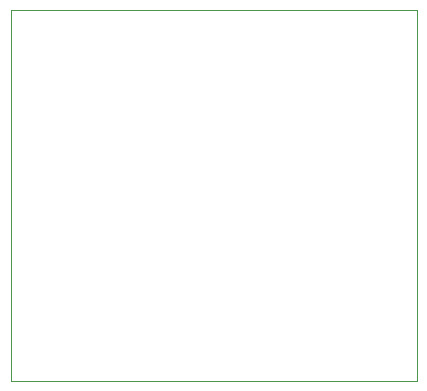
<source format=gbr>
%TF.GenerationSoftware,KiCad,Pcbnew,8.0.0*%
%TF.CreationDate,2024-03-06T23:01:12+04:00*%
%TF.ProjectId,gbc-cm4-aio-flex,6762632d-636d-4342-9d61-696f2d666c65,rev?*%
%TF.SameCoordinates,Original*%
%TF.FileFunction,Profile,NP*%
%FSLAX46Y46*%
G04 Gerber Fmt 4.6, Leading zero omitted, Abs format (unit mm)*
G04 Created by KiCad (PCBNEW 8.0.0) date 2024-03-06 23:01:12*
%MOMM*%
%LPD*%
G01*
G04 APERTURE LIST*
%TA.AperFunction,Profile*%
%ADD10C,0.100000*%
%TD*%
G04 APERTURE END LIST*
D10*
X135930000Y-113830000D02*
X170310000Y-113830000D01*
X170310000Y-145270000D01*
X135930000Y-145270000D01*
X135930000Y-113830000D01*
M02*

</source>
